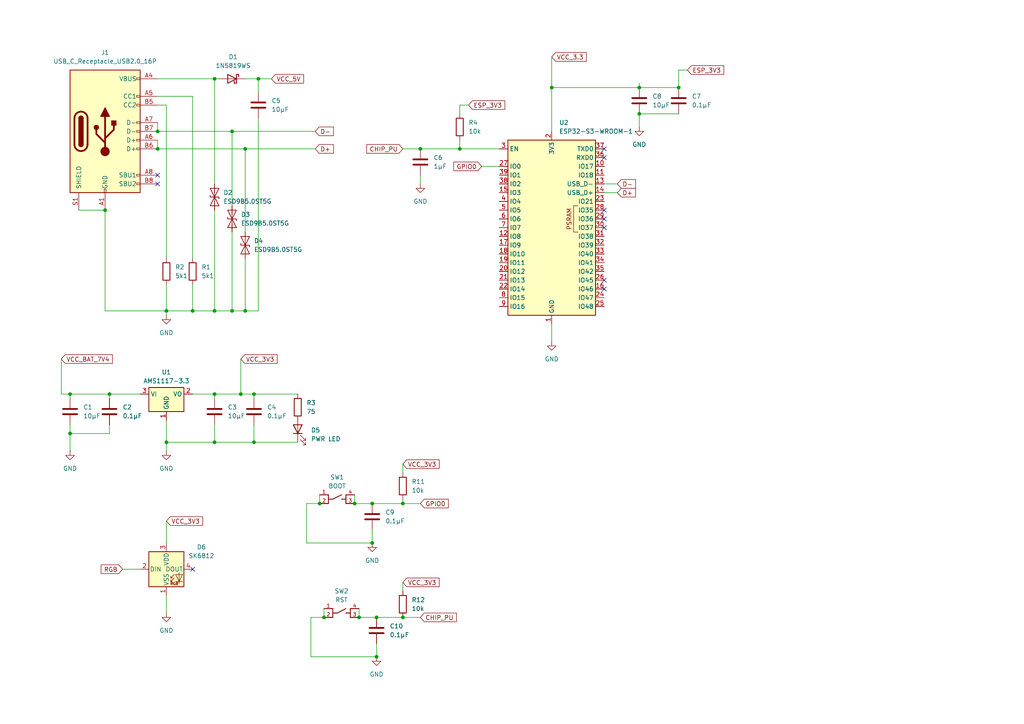
<source format=kicad_sch>
(kicad_sch (version 20250114) (generator "eeschema") (generator_version "9.0")
  (paper "A4")
  (lib_symbols
    (symbol "Connector:USB_C_Receptacle_USB2.0_16P" (pin_names (offset 1.016))
      (property "Reference" "J" (at 0 22.225 0))
      (property "Value" "USB_C_Receptacle_USB2.0_16P" (at 0 19.685 0))
      (symbol "USB_C_Receptacle_USB2.0_16P_0_0"
        (rectangle (start -0.254 -17.78) (end 0.254 -16.764))
        (rectangle (start 10.16 15.494) (end 9.144 14.986))
        (rectangle (start 10.16 10.414) (end 9.144 9.906))
        (rectangle (start 10.16 7.874) (end 9.144 7.366))
        (rectangle (start 10.16 2.794) (end 9.144 2.286))
        (rectangle (start 10.16 0.254) (end 9.144 -0.254))
        (rectangle (start 10.16 -2.286) (end 9.144 -2.794))
        (rectangle (start 10.16 -4.826) (end 9.144 -5.334))
        (rectangle (start 10.16 -12.446) (end 9.144 -12.954))
        (rectangle (start 10.16 -14.986) (end 9.144 -15.494))
      )
      (symbol "USB_C_Receptacle_USB2.0_16P_0_1"
        (rectangle (start -10.16 17.78) (end 10.16 -17.78) (stroke (width 0.254)) (fill (type background)))
        (polyline (pts (xy -8.89 -3.81) (xy -8.89 3.81)) (stroke (width 0.508)))
        (rectangle (start -7.62 -3.81) (end -6.35 3.81) (stroke (width 0.254)) (fill (type outline)))
        (arc (start -7.62 3.81) (mid -6.985 4.4423) (end -6.35 3.81) (stroke (width 0.254)))
        (arc (start -7.62 3.81) (mid -6.985 4.4423) (end -6.35 3.81) (stroke (width 0.254)) (fill (type outline)))
        (arc (start -8.89 3.81) (mid -6.985 5.7067) (end -5.08 3.81) (stroke (width 0.508)))
        (arc (start -5.08 -3.81) (mid -6.985 -5.7067) (end -8.89 -3.81) (stroke (width 0.508)))
        (arc (start -6.35 -3.81) (mid -6.985 -4.4423) (end -7.62 -3.81) (stroke (width 0.254)))
        (arc (start -6.35 -3.81) (mid -6.985 -4.4423) (end -7.62 -3.81) (stroke (width 0.254)) (fill (type outline)))
        (polyline (pts (xy -5.08 3.81) (xy -5.08 -3.81)) (stroke (width 0.508)))
        (circle (center -2.54 1.143) (radius 0.635) (stroke (width 0.254)) (fill (type outline)))
        (polyline (pts (xy -1.27 4.318) (xy 0 6.858) (xy 1.27 4.318) (xy -1.27 4.318)) (stroke (width 0.254)) (fill (type outline)))
        (polyline (pts (xy 0 -2.032) (xy 2.54 0.508) (xy 2.54 1.778)) (stroke (width 0.508)))
        (polyline (pts (xy 0 -3.302) (xy -2.54 -0.762) (xy -2.54 0.508)) (stroke (width 0.508)))
        (polyline (pts (xy 0 -5.842) (xy 0 4.318)) (stroke (width 0.508)))
        (circle (center 0 -5.842) (radius 1.27) (fill (type outline)))
        (rectangle (start 1.905 1.778) (end 3.175 3.048) (stroke (width 0.254)) (fill (type outline)))
      )
      (symbol "USB_C_Receptacle_USB2.0_16P_1_1"
        (pin passive line (at -7.62 -22.86 90) (length 5.08) (name "SHIELD") (number "S1"))
        (pin passive line (at 0 -22.86 90) (length 5.08) (name "GND") (number "A1"))
        (pin passive line (at 0 -22.86 90) (length 5.08) (hide yes) (name "GND") (number "A12"))
        (pin passive line (at 0 -22.86 90) (length 5.08) (hide yes) (name "GND") (number "B1"))
        (pin passive line (at 0 -22.86 90) (length 5.08) (hide yes) (name "GND") (number "B12"))
        (pin passive line (at 15.24 15.24 180) (length 5.08) (name "VBUS") (number "A4"))
        (pin passive line (at 15.24 15.24 180) (length 5.08) (hide yes) (name "VBUS") (number "A9"))
        (pin passive line (at 15.24 15.24 180) (length 5.08) (hide yes) (name "VBUS") (number "B4"))
        (pin passive line (at 15.24 15.24 180) (length 5.08) (hide yes) (name "VBUS") (number "B9"))
        (pin bidirectional line (at 15.24 10.16 180) (length 5.08) (name "CC1") (number "A5"))
        (pin bidirectional line (at 15.24 7.62 180) (length 5.08) (name "CC2") (number "B5"))
        (pin bidirectional line (at 15.24 2.54 180) (length 5.08) (name "D-") (number "A7"))
        (pin bidirectional line (at 15.24 0 180) (length 5.08) (name "D-") (number "B7"))
        (pin bidirectional line (at 15.24 -2.54 180) (length 5.08) (name "D+") (number "A6"))
        (pin bidirectional line (at 15.24 -5.08 180) (length 5.08) (name "D+") (number "B6"))
        (pin bidirectional line (at 15.24 -12.7 180) (length 5.08) (name "SBU1") (number "A8"))
        (pin bidirectional line (at 15.24 -15.24 180) (length 5.08) (name "SBU2") (number "B8"))
      )
    )
    (symbol "Device:C" (pin_numbers (hide yes)) (pin_names (offset 0.254))
      (property "Reference" "C" (at 0.635 2.54 0))
      (property "Value" "C" (at 0.635 -2.54 0))
      (symbol "C_0_1"
        (polyline (pts (xy -2.032 0.762) (xy 2.032 0.762)) (stroke (width 0.508)))
        (polyline (pts (xy -2.032 -0.762) (xy 2.032 -0.762)) (stroke (width 0.508)))
      )
      (symbol "C_1_1"
        (pin passive line (at 0 3.81 270) (length 2.794) (name "~") (number "1"))
        (pin passive line (at 0 -3.81 90) (length 2.794) (name "~") (number "2"))
      )
    )
    (symbol "Device:LED" (pin_numbers (hide yes)) (pin_names (offset 1.016) (hide yes))
      (property "Reference" "D" (at 0 2.54 0))
      (property "Value" "LED" (at 0 -2.54 0))
      (symbol "LED_0_1"
        (polyline (pts (xy -3.048 -0.762) (xy -4.572 -2.286) (xy -3.81 -2.286) (xy -4.572 -2.286) (xy -4.572 -1.524)))
        (polyline (pts (xy -1.778 -0.762) (xy -3.302 -2.286) (xy -2.54 -2.286) (xy -3.302 -2.286) (xy -3.302 -1.524)))
        (polyline (pts (xy -1.27 0) (xy 1.27 0)))
        (polyline (pts (xy -1.27 -1.27) (xy -1.27 1.27)) (stroke (width 0.254)))
        (polyline (pts (xy 1.27 -1.27) (xy 1.27 1.27) (xy -1.27 0) (xy 1.27 -1.27)) (stroke (width 0.254)))
      )
      (symbol "LED_1_1"
        (pin passive line (at -3.81 0 0) (length 2.54) (name "K") (number "1"))
        (pin passive line (at 3.81 0 180) (length 2.54) (name "A") (number "2"))
      )
    )
    (symbol "Device:R" (pin_numbers (hide yes)) (pin_names (offset 0))
      (property "Reference" "R" (at 2.032 0 90))
      (property "Value" "R" (at 0 0 90))
      (symbol "R_0_1"
        (rectangle (start -1.016 -2.54) (end 1.016 2.54) (stroke (width 0.254)))
      )
      (symbol "R_1_1"
        (pin passive line (at 0 3.81 270) (length 1.27) (name "~") (number "1"))
        (pin passive line (at 0 -3.81 90) (length 1.27) (name "~") (number "2"))
      )
    )
    (symbol "Diode:1N5819WS" (pin_numbers (hide yes)) (pin_names (offset 1.016) (hide yes))
      (property "Reference" "D" (at 0 2.54 0))
      (property "Value" "1N5819WS" (at 0 -2.54 0))
      (symbol "1N5819WS_0_1"
        (polyline (pts (xy -1.905 0.635) (xy -1.905 1.27) (xy -1.27 1.27) (xy -1.27 -1.27) (xy -0.635 -1.27) (xy -0.635 -0.635)) (stroke (width 0.254)))
        (polyline (pts (xy 1.27 1.27) (xy 1.27 -1.27) (xy -1.27 0) (xy 1.27 1.27)) (stroke (width 0.254)))
        (polyline (pts (xy 1.27 0) (xy -1.27 0)))
      )
      (symbol "1N5819WS_1_1"
        (pin passive line (at -3.81 0 0) (length 2.54) (name "K") (number "1"))
        (pin passive line (at 3.81 0 180) (length 2.54) (name "A") (number "2"))
      )
    )
    (symbol "Diode:ESD9B5.0ST5G" (pin_numbers (hide yes)) (pin_names (offset 1.016) (hide yes))
      (property "Reference" "D" (at 0 2.54 0))
      (property "Value" "ESD9B5.0ST5G" (at 0 -2.54 0))
      (symbol "ESD9B5.0ST5G_0_1"
        (polyline (pts (xy -2.54 -1.27) (xy 0 0) (xy -2.54 1.27) (xy -2.54 -1.27)) (stroke (width 0.2032)))
        (polyline (pts (xy 0.508 1.27) (xy 0 1.27) (xy 0 -1.27) (xy -0.508 -1.27)) (stroke (width 0.2032)))
        (polyline (pts (xy 1.27 0) (xy -1.27 0)))
        (polyline (pts (xy 2.54 1.27) (xy 2.54 -1.27) (xy 0 0) (xy 2.54 1.27)) (stroke (width 0.2032)))
      )
      (symbol "ESD9B5.0ST5G_1_1"
        (pin passive line (at -3.81 0 0) (length 2.54) (name "A1") (number "1"))
        (pin passive line (at 3.81 0 180) (length 2.54) (name "A2") (number "2"))
      )
    )
    (symbol "LED:SK6812" (pin_names (offset 0.254))
      (property "Reference" "D" (at 5.08 5.715 0))
      (property "Value" "SK6812" (at 1.27 -5.715 0))
      (symbol "SK6812_0_0"
        (text "RGB" (at 2.286 -4.191 0) (effects (font (size 0.762 0.762))))
      )
      (symbol "SK6812_0_1"
        (polyline (pts (xy 1.27 -2.54) (xy 1.778 -2.54)))
        (polyline (pts (xy 1.27 -3.556) (xy 1.778 -3.556)))
        (polyline (pts (xy 2.286 -1.524) (xy 1.27 -2.54) (xy 1.27 -2.032)))
        (polyline (pts (xy 2.286 -2.54) (xy 1.27 -3.556) (xy 1.27 -3.048)))
        (polyline (pts (xy 3.683 -1.016) (xy 3.683 -3.556) (xy 3.683 -4.064)))
        (polyline (pts (xy 4.699 -1.524) (xy 2.667 -1.524) (xy 3.683 -3.556) (xy 4.699 -1.524)))
        (polyline (pts (xy 4.699 -3.556) (xy 2.667 -3.556)))
        (rectangle (start 5.08 5.08) (end -5.08 -5.08) (stroke (width 0.254)) (fill (type background)))
      )
      (symbol "SK6812_1_1"
        (pin input line (at -7.62 0 0) (length 2.54) (name "DIN") (number "2"))
        (pin power_in line (at 0 7.62 270) (length 2.54) (name "VDD") (number "3"))
        (pin power_in line (at 0 -7.62 90) (length 2.54) (name "VSS") (number "1"))
        (pin output line (at 7.62 0 180) (length 2.54) (name "DOUT") (number "4"))
      )
    )
    (symbol "PTS810_SJM_250_SMTR_LFS:PTS810_SJM_250_SMTR_LFS" (pin_names (offset 1.016))
      (property "Reference" "SW" (at -3.81 1.27 0))
      (property "Value" "PTS810_SJM_250_SMTR_LFS" (at -5.08 -6.35 0))
      (symbol "PTS810_SJM_250_SMTR_LFS_0_0"
        (polyline (pts (xy -2.54 0) (xy -5.08 0)) (stroke (width 0.254)))
        (polyline (pts (xy -2.54 0) (xy -2.54 -1.27)) (stroke (width 0.254)))
        (polyline (pts (xy -2.54 -1.27) (xy -2.54 -2.54)) (stroke (width 0.254)))
        (polyline (pts (xy -2.54 -1.27) (xy -1.27 -1.27)) (stroke (width 0.254)))
        (polyline (pts (xy -2.54 -2.54) (xy -5.08 -2.54)) (stroke (width 0.254)))
        (polyline (pts (xy -1.27 -1.27) (xy 1.27 0)) (stroke (width 0.254)))
        (polyline (pts (xy 1.27 -1.27) (xy 2.54 -1.27)) (stroke (width 0.254)))
        (polyline (pts (xy 2.54 0) (xy 2.54 -1.27)) (stroke (width 0.254)))
        (polyline (pts (xy 2.54 0) (xy 5.08 0)) (stroke (width 0.254)))
        (polyline (pts (xy 2.54 -1.27) (xy 2.54 -2.54)) (stroke (width 0.254)))
        (polyline (pts (xy 2.54 -2.54) (xy 5.08 -2.54)) (stroke (width 0.254)))
        (pin passive line (at -5.08 0 0) (length 2.54) (name "~") (number "1"))
        (pin passive line (at -5.08 -2.54 0) (length 2.54) (name "~") (number "2"))
        (pin passive line (at 5.08 0 180) (length 2.54) (name "~") (number "4"))
        (pin passive line (at 5.08 -2.54 180) (length 2.54) (name "~") (number "3"))
      )
    )
    (symbol "RF_Module:ESP32-S3-WROOM-1"
      (property "Reference" "U" (at -12.7 26.67 0))
      (property "Value" "ESP32-S3-WROOM-1" (at 12.7 26.67 0))
      (symbol "ESP32-S3-WROOM-1_0_0"
        (rectangle (start -12.7 25.4) (end 12.7 -25.4) (stroke (width 0.254)) (fill (type background)))
        (text "PSRAM" (at 5.08 2.54 900) (effects (font (size 1.27 1.27))))
      )
      (symbol "ESP32-S3-WROOM-1_0_1"
        (polyline (pts (xy 7.62 -1.27) (xy 6.35 -1.27) (xy 6.35 6.35) (xy 7.62 6.35)))
      )
      (symbol "ESP32-S3-WROOM-1_1_1"
        (pin input line (at -15.24 22.86 0) (length 2.54) (name "EN") (number "3"))
        (pin bidirectional line (at -15.24 17.78 0) (length 2.54) (name "IO0") (number "27"))
        (pin bidirectional line (at -15.24 15.24 0) (length 2.54) (name "IO1") (number "39"))
        (pin bidirectional line (at -15.24 12.7 0) (length 2.54) (name "IO2") (number "38"))
        (pin bidirectional line (at -15.24 10.16 0) (length 2.54) (name "IO3") (number "15"))
        (pin bidirectional line (at -15.24 7.62 0) (length 2.54) (name "IO4") (number "4"))
        (pin bidirectional line (at -15.24 5.08 0) (length 2.54) (name "IO5") (number "5"))
        (pin bidirectional line (at -15.24 2.54 0) (length 2.54) (name "IO6") (number "6"))
        (pin bidirectional line (at -15.24 0 0) (length 2.54) (name "IO7") (number "7"))
        (pin bidirectional line (at -15.24 -2.54 0) (length 2.54) (name "IO8") (number "12"))
        (pin bidirectional line (at -15.24 -5.08 0) (length 2.54) (name "IO9") (number "17"))
        (pin bidirectional line (at -15.24 -7.62 0) (length 2.54) (name "IO10") (number "18"))
        (pin bidirectional line (at -15.24 -10.16 0) (length 2.54) (name "IO11") (number "19"))
        (pin bidirectional line (at -15.24 -12.7 0) (length 2.54) (name "IO12") (number "20"))
        (pin bidirectional line (at -15.24 -15.24 0) (length 2.54) (name "IO13") (number "21"))
        (pin bidirectional line (at -15.24 -17.78 0) (length 2.54) (name "IO14") (number "22"))
        (pin bidirectional line (at -15.24 -20.32 0) (length 2.54) (name "IO15") (number "8"))
        (pin bidirectional line (at -15.24 -22.86 0) (length 2.54) (name "IO16") (number "9"))
        (pin power_in line (at 0 27.94 270) (length 2.54) (name "3V3") (number "2"))
        (pin power_in line (at 0 -27.94 90) (length 2.54) (name "GND") (number "1"))
        (pin passive line (at 0 -27.94 90) (length 2.54) (hide yes) (name "GND") (number "40"))
        (pin passive line (at 0 -27.94 90) (length 2.54) (hide yes) (name "GND") (number "41"))
        (pin bidirectional line (at 15.24 22.86 180) (length 2.54) (name "TXD0") (number "37"))
        (pin bidirectional line (at 15.24 20.32 180) (length 2.54) (name "RXD0") (number "36"))
        (pin bidirectional line (at 15.24 17.78 180) (length 2.54) (name "IO17") (number "10"))
        (pin bidirectional line (at 15.24 15.24 180) (length 2.54) (name "IO18") (number "11"))
        (pin bidirectional line (at 15.24 12.7 180) (length 2.54) (name "USB_D-") (number "13"))
        (pin bidirectional line (at 15.24 10.16 180) (length 2.54) (name "USB_D+") (number "14"))
        (pin bidirectional line (at 15.24 7.62 180) (length 2.54) (name "IO21") (number "23"))
        (pin bidirectional line (at 15.24 5.08 180) (length 2.54) (name "IO35") (number "28"))
        (pin bidirectional line (at 15.24 2.54 180) (length 2.54) (name "IO36") (number "29"))
        (pin bidirectional line (at 15.24 0 180) (length 2.54) (name "IO37") (number "30"))
        (pin bidirectional line (at 15.24 -2.54 180) (length 2.54) (name "IO38") (number "31"))
        (pin bidirectional line (at 15.24 -5.08 180) (length 2.54) (name "IO39") (number "32"))
        (pin bidirectional line (at 15.24 -7.62 180) (length 2.54) (name "IO40") (number "33"))
        (pin bidirectional line (at 15.24 -10.16 180) (length 2.54) (name "IO41") (number "34"))
        (pin bidirectional line (at 15.24 -12.7 180) (length 2.54) (name "IO42") (number "35"))
        (pin bidirectional line (at 15.24 -15.24 180) (length 2.54) (name "IO45") (number "26"))
        (pin bidirectional line (at 15.24 -17.78 180) (length 2.54) (name "IO46") (number "16"))
        (pin bidirectional line (at 15.24 -20.32 180) (length 2.54) (name "IO47") (number "24"))
        (pin bidirectional line (at 15.24 -22.86 180) (length 2.54) (name "IO48") (number "25"))
      )
    )
    (symbol "Regulator_Linear:AMS1117-3.3"
      (property "Reference" "U" (at -3.81 3.175 0))
      (property "Value" "AMS1117-3.3" (at 0 3.175 0))
      (symbol "AMS1117-3.3_0_1"
        (rectangle (start -5.08 -5.08) (end 5.08 1.905) (stroke (width 0.254)) (fill (type background)))
      )
      (symbol "AMS1117-3.3_1_1"
        (pin power_in line (at -7.62 0 0) (length 2.54) (name "VI") (number "3"))
        (pin power_in line (at 0 -7.62 90) (length 2.54) (name "GND") (number "1"))
        (pin power_out line (at 7.62 0 180) (length 2.54) (name "VO") (number "2"))
      )
    )
    (symbol "power:GND" (power) (pin_numbers (hide yes)) (pin_names (offset 0) (hide yes))
      (property "Value" "GND" (at 0 -3.81 0))
      (symbol "GND_0_1"
        (polyline (pts (xy 0 0) (xy 0 -1.27) (xy 1.27 -1.27) (xy 0 -2.54) (xy -1.27 -1.27) (xy 0 -1.27)))
      )
      (symbol "GND_1_1"
        (pin power_in line (at 0 0 270) (length 0) (name "~") (number "1"))
      )
    )
  )
  (junction (at 116.84 146.05))
  (junction (at 48.26 90.17))
  (junction (at 116.84 179.07))
  (junction (at 121.92 43.18))
  (junction (at 31.75 114.3))
  (junction (at 92.71 146.05))
  (junction (at 73.66 114.3))
  (junction (at 62.23 90.17))
  (junction (at 133.35 43.18))
  (junction (at 104.14 179.07))
  (junction (at 62.23 22.86))
  (junction (at 109.22 190.5))
  (junction (at 20.32 125.73))
  (junction (at 45.72 38.1))
  (junction (at 196.85 25.4))
  (junction (at 20.32 114.3))
  (junction (at 69.85 114.3))
  (junction (at 67.31 38.1))
  (junction (at 48.26 128.27))
  (junction (at 160.02 25.4))
  (junction (at 71.12 43.18))
  (junction (at 185.42 33.02))
  (junction (at 71.12 90.17))
  (junction (at 109.22 179.07))
  (junction (at 102.87 146.05))
  (junction (at 74.93 22.86))
  (junction (at 185.42 25.4))
  (junction (at 55.88 90.17))
  (junction (at 45.72 43.18))
  (junction (at 107.95 157.48))
  (junction (at 30.48 60.96))
  (junction (at 62.23 114.3))
  (junction (at 93.98 179.07))
  (junction (at 73.66 128.27))
  (junction (at 107.95 146.05))
  (junction (at 62.23 128.27))
  (junction (at 67.31 90.17))
  (no_connect (at 175.26 63.5))
  (no_connect (at 175.26 81.28))
  (no_connect (at 45.72 53.34))
  (no_connect (at 55.88 165.1))
  (no_connect (at 175.26 83.82))
  (no_connect (at 45.72 50.8))
  (no_connect (at 175.26 43.18))
  (no_connect (at 175.26 66.04))
  (no_connect (at 175.26 45.72))
  (no_connect (at 175.26 60.96))
  (wire (pts (xy 116.84 146.05) (xy 121.92 146.05)))
  (wire (pts (xy 73.66 114.3) (xy 86.36 114.3)))
  (wire (pts (xy 109.22 190.5) (xy 90.17 190.5)))
  (wire (pts (xy 35.56 165.1) (xy 40.64 165.1)))
  (wire (pts (xy 160.02 25.4) (xy 185.42 25.4)))
  (wire (pts (xy 62.23 60.96) (xy 62.23 90.17)))
  (wire (pts (xy 133.35 30.48) (xy 135.89 30.48)))
  (wire (pts (xy 62.23 90.17) (xy 67.31 90.17)))
  (wire (pts (xy 185.42 24.13) (xy 185.42 25.4)))
  (wire (pts (xy 88.9 157.48) (xy 88.9 146.05)))
  (wire (pts (xy 62.23 123.19) (xy 62.23 128.27)))
  (wire (pts (xy 20.32 115.57) (xy 20.32 114.3)))
  (wire (pts (xy 90.17 179.07) (xy 93.98 179.07)))
  (wire (pts (xy 133.35 43.18) (xy 144.78 43.18)))
  (wire (pts (xy 63.5 22.86) (xy 62.23 22.86)))
  (wire (pts (xy 45.72 27.94) (xy 55.88 27.94)))
  (wire (pts (xy 73.66 115.57) (xy 73.66 114.3)))
  (wire (pts (xy 107.95 153.67) (xy 107.95 157.48)))
  (wire (pts (xy 185.42 33.02) (xy 185.42 36.83)))
  (wire (pts (xy 88.9 146.05) (xy 92.71 146.05)))
  (wire (pts (xy 175.26 53.34) (xy 179.07 53.34)))
  (wire (pts (xy 45.72 22.86) (xy 62.23 22.86)))
  (wire (pts (xy 48.26 30.48) (xy 48.26 74.93)))
  (wire (pts (xy 45.72 35.56) (xy 45.72 38.1)))
  (wire (pts (xy 71.12 43.18) (xy 71.12 67.31)))
  (wire (pts (xy 48.26 172.72) (xy 48.26 177.8)))
  (wire (pts (xy 62.23 128.27) (xy 73.66 128.27)))
  (wire (pts (xy 17.78 114.3) (xy 20.32 114.3)))
  (wire (pts (xy 55.88 90.17) (xy 62.23 90.17)))
  (wire (pts (xy 48.26 128.27) (xy 48.26 130.81)))
  (wire (pts (xy 40.64 114.3) (xy 31.75 114.3)))
  (wire (pts (xy 48.26 30.48) (xy 45.72 30.48)))
  (wire (pts (xy 139.7 48.26) (xy 144.78 48.26)))
  (wire (pts (xy 67.31 38.1) (xy 67.31 59.69)))
  (wire (pts (xy 160.02 93.98) (xy 160.02 99.06)))
  (wire (pts (xy 107.95 157.48) (xy 88.9 157.48)))
  (wire (pts (xy 104.14 176.53) (xy 104.14 179.07)))
  (wire (pts (xy 90.17 190.5) (xy 90.17 179.07)))
  (wire (pts (xy 17.78 104.14) (xy 17.78 114.3)))
  (wire (pts (xy 121.92 43.18) (xy 133.35 43.18)))
  (wire (pts (xy 48.26 121.92) (xy 48.26 128.27)))
  (wire (pts (xy 116.84 43.18) (xy 121.92 43.18)))
  (wire (pts (xy 92.71 143.51) (xy 92.71 146.05)))
  (wire (pts (xy 48.26 128.27) (xy 62.23 128.27)))
  (wire (pts (xy 185.42 33.02) (xy 196.85 33.02)))
  (wire (pts (xy 109.22 179.07) (xy 116.84 179.07)))
  (wire (pts (xy 31.75 125.73) (xy 20.32 125.73)))
  (wire (pts (xy 48.26 90.17) (xy 48.26 91.44)))
  (wire (pts (xy 104.14 179.07) (xy 109.22 179.07)))
  (wire (pts (xy 48.26 82.55) (xy 48.26 90.17)))
  (wire (pts (xy 93.98 176.53) (xy 93.98 179.07)))
  (wire (pts (xy 102.87 146.05) (xy 107.95 146.05)))
  (wire (pts (xy 20.32 123.19) (xy 20.32 125.73)))
  (wire (pts (xy 74.93 34.29) (xy 74.93 90.17)))
  (wire (pts (xy 116.84 144.78) (xy 116.84 146.05)))
  (wire (pts (xy 91.44 43.18) (xy 71.12 43.18)))
  (wire (pts (xy 31.75 114.3) (xy 31.75 115.57)))
  (wire (pts (xy 55.88 27.94) (xy 55.88 74.93)))
  (wire (pts (xy 160.02 25.4) (xy 160.02 38.1)))
  (wire (pts (xy 116.84 179.07) (xy 121.92 179.07)))
  (wire (pts (xy 22.86 60.96) (xy 30.48 60.96)))
  (wire (pts (xy 116.84 134.62) (xy 116.84 137.16)))
  (wire (pts (xy 62.23 114.3) (xy 62.23 115.57)))
  (wire (pts (xy 185.42 25.4) (xy 196.85 25.4)))
  (wire (pts (xy 62.23 114.3) (xy 69.85 114.3)))
  (wire (pts (xy 55.88 114.3) (xy 62.23 114.3)))
  (wire (pts (xy 107.95 146.05) (xy 116.84 146.05)))
  (wire (pts (xy 175.26 55.88) (xy 179.07 55.88)))
  (wire (pts (xy 20.32 125.73) (xy 20.32 130.81)))
  (wire (pts (xy 71.12 74.93) (xy 71.12 90.17)))
  (wire (pts (xy 71.12 43.18) (xy 45.72 43.18)))
  (wire (pts (xy 133.35 33.02) (xy 133.35 30.48)))
  (wire (pts (xy 69.85 104.14) (xy 69.85 114.3)))
  (wire (pts (xy 67.31 67.31) (xy 67.31 90.17)))
  (wire (pts (xy 30.48 60.96) (xy 30.48 90.17)))
  (wire (pts (xy 102.87 143.51) (xy 102.87 146.05)))
  (wire (pts (xy 133.35 40.64) (xy 133.35 43.18)))
  (wire (pts (xy 116.84 168.91) (xy 116.84 171.45)))
  (wire (pts (xy 160.02 16.51) (xy 160.02 25.4)))
  (wire (pts (xy 121.92 50.8) (xy 121.92 53.34)))
  (wire (pts (xy 30.48 90.17) (xy 48.26 90.17)))
  (wire (pts (xy 74.93 22.86) (xy 78.74 22.86)))
  (wire (pts (xy 62.23 22.86) (xy 62.23 53.34)))
  (wire (pts (xy 45.72 38.1) (xy 67.31 38.1)))
  (wire (pts (xy 48.26 90.17) (xy 55.88 90.17)))
  (wire (pts (xy 86.36 121.92) (xy 86.36 120.65)))
  (wire (pts (xy 67.31 90.17) (xy 71.12 90.17)))
  (wire (pts (xy 31.75 114.3) (xy 20.32 114.3)))
  (wire (pts (xy 109.22 186.69) (xy 109.22 190.5)))
  (wire (pts (xy 45.72 40.64) (xy 45.72 43.18)))
  (wire (pts (xy 55.88 82.55) (xy 55.88 90.17)))
  (wire (pts (xy 71.12 90.17) (xy 74.93 90.17)))
  (wire (pts (xy 67.31 38.1) (xy 91.44 38.1)))
  (wire (pts (xy 71.12 22.86) (xy 74.93 22.86)))
  (wire (pts (xy 48.26 151.13) (xy 48.26 157.48)))
  (wire (pts (xy 31.75 123.19) (xy 31.75 125.73)))
  (wire (pts (xy 196.85 20.32) (xy 196.85 25.4)))
  (wire (pts (xy 199.39 20.32) (xy 196.85 20.32)))
  (wire (pts (xy 73.66 123.19) (xy 73.66 128.27)))
  (wire (pts (xy 74.93 22.86) (xy 74.93 26.67)))
  (wire (pts (xy 69.85 114.3) (xy 73.66 114.3)))
  (wire (pts (xy 86.36 128.27) (xy 73.66 128.27)))
  (global_label "D-" (shape input) (at 91.44 38.1 0) (property "Intersheetrefs" "${INTERSHEET_REFS}" (effects (hide yes))))
  (global_label "VCC_5V" (shape input) (at 78.74 22.86 0) (property "Intersheetrefs" "${INTERSHEET_REFS}" (effects (hide yes))))
  (global_label "D+" (shape input) (at 91.44 43.18 0) (property "Intersheetrefs" "${INTERSHEET_REFS}" (effects (hide yes))))
  (global_label "VCC_3V3" (shape input) (at 116.84 168.91 0) (property "Intersheetrefs" "${INTERSHEET_REFS}" (effects (hide yes))))
  (global_label "GPIO0" (shape input) (at 121.92 146.05 0) (property "Intersheetrefs" "${INTERSHEET_REFS}" (effects (hide yes))))
  (global_label "ESP_3V3" (shape input) (at 199.39 20.32 0) (property "Intersheetrefs" "${INTERSHEET_REFS}" (effects (hide yes))))
  (global_label "VCC_3V3" (shape input) (at 116.84 134.62 0) (property "Intersheetrefs" "${INTERSHEET_REFS}" (effects (hide yes))))
  (global_label "RGB" (shape input) (at 35.56 165.1 180) (property "Intersheetrefs" "${INTERSHEET_REFS}" (effects (hide yes))))
  (global_label "VCC_3V3" (shape input) (at 69.85 104.14 0) (property "Intersheetrefs" "${INTERSHEET_REFS}" (effects (hide yes))))
  (global_label "ESP_3V3" (shape input) (at 135.89 30.48 0) (property "Intersheetrefs" "${INTERSHEET_REFS}" (effects (hide yes))))
  (global_label "D-" (shape input) (at 179.07 53.34 0) (property "Intersheetrefs" "${INTERSHEET_REFS}" (effects (hide yes))))
  (global_label "CHIP_PU" (shape input) (at 121.92 179.07 0) (property "Intersheetrefs" "${INTERSHEET_REFS}" (effects (hide yes))))
  (global_label "VCC_3.3" (shape input) (at 160.02 16.51 0) (property "Intersheetrefs" "${INTERSHEET_REFS}" (effects (hide yes))))
  (global_label "GPIO0" (shape input) (at 139.7 48.26 180) (property "Intersheetrefs" "${INTERSHEET_REFS}" (effects (hide yes))))
  (global_label "CHIP_PU" (shape input) (at 116.84 43.18 180) (property "Intersheetrefs" "${INTERSHEET_REFS}" (effects (hide yes))))
  (global_label "VCC_3V3" (shape input) (at 48.26 151.13 0) (property "Intersheetrefs" "${INTERSHEET_REFS}" (effects (hide yes))))
  (global_label "D+" (shape input) (at 179.07 55.88 0) (property "Intersheetrefs" "${INTERSHEET_REFS}" (effects (hide yes))))
  (global_label "VCC_BAT_7V4" (shape input) (at 17.78 104.14 0) (property "Intersheetrefs" "${INTERSHEET_REFS}" (effects (hide yes))))
  (symbol (lib_id "Device:R") (at 55.88 78.74 0) (unit 1)
    (property "Reference" "R1" (at 58.42 77.4699 0) (effects (justify left)))
    (property "Value" "5k1" (at 58.42 80.0099 0) (effects (justify left)))
    (property "Footprint" "Resistor_SMD:R_0805_2012Metric" (effects (hide yes)))
    (property "Description" "Resistor" (effects (hide yes)))
  )
  (symbol (lib_id "Device:R") (at 133.35 36.83 0) (unit 1)
    (property "Reference" "R4" (at 135.89 35.5599 0) (effects (justify left)))
    (property "Value" "10k" (at 135.89 38.0999 0) (effects (justify left)))
    (property "Footprint" "Resistor_SMD:R_0603_1608Metric" (effects (hide yes)))
    (property "Description" "Resistor" (effects (hide yes)))
  )
  (symbol (lib_id "Device:R") (at 116.84 175.26 0) (unit 1)
    (property "Reference" "R12" (at 119.38 173.9899 0) (effects (justify left)))
    (property "Value" "10k" (at 119.38 176.5299 0) (effects (justify left)))
    (property "Footprint" "Resistor_SMD:R_0603_1608Metric" (effects (hide yes)))
    (property "Description" "Resistor" (effects (hide yes)))
  )
  (symbol (lib_id "Device:C") (at 74.93 30.48 0) (unit 1)
    (property "Reference" "C5" (at 78.74 29.2099 0) (effects (justify left)))
    (property "Value" "10µF" (at 78.74 31.7499 0) (effects (justify left)))
    (property "Footprint" "Capacitor_SMD:C_0805_2012Metric" (effects (hide yes)))
    (property "Description" "Unpolarized capacitor" (effects (hide yes)))
  )
  (symbol (lib_id "power:GND") (at 160.02 99.06 0) (unit 1)
    (property "Reference" "#PWR04" (effects (hide yes)))
    (property "Value" "GND" (at 160.02 104.14 0))
    (property "Description" "Power symbol creates a global label with name \"GND\" , ground" (effects (hide yes)))
  )
  (symbol (lib_id "Diode:ESD9B5.0ST5G") (at 67.31 63.5 270) (unit 1)
    (property "Reference" "D3" (at 69.85 62.2299 90) (effects (justify left)))
    (property "Value" "ESD9B5.0ST5G" (at 69.85 64.7699 90) (effects (justify left)))
    (property "Footprint" "Diode_SMD:D_SOD-923" (effects (hide yes)))
    (property "Datasheet" "https://www.onsemi.com/pub/Collateral/ESD9B-D.PDF" (effects (hide yes)))
    (property "Description" "ESD protection diode, 5.0Vrwm, SOD-923" (effects (hide yes)))
  )
  (symbol (lib_id "power:GND") (at 48.26 130.81 0) (unit 1)
    (property "Reference" "#PWR03" (effects (hide yes)))
    (property "Value" "GND" (at 48.26 135.89 0))
    (property "Description" "Power symbol creates a global label with name \"GND\" , ground" (effects (hide yes)))
  )
  (symbol (lib_id "Device:C") (at 121.92 46.99 0) (unit 1)
    (property "Reference" "C6" (at 125.73 45.7199 0) (effects (justify left)))
    (property "Value" "1µF" (at 125.73 48.2599 0) (effects (justify left)))
    (property "Footprint" "Capacitor_SMD:C_0603_1608Metric" (effects (hide yes)))
    (property "Description" "Unpolarized capacitor" (effects (hide yes)))
  )
  (symbol (lib_id "Device:C") (at 185.42 29.21 0) (unit 1)
    (property "Reference" "C8" (at 189.23 27.9399 0) (effects (justify left)))
    (property "Value" "10µF" (at 189.23 30.4799 0) (effects (justify left)))
    (property "Footprint" "Capacitor_SMD:C_0805_2012Metric" (effects (hide yes)))
    (property "Description" "Unpolarized capacitor" (effects (hide yes)))
  )
  (symbol (lib_id "Device:LED") (at 86.36 124.46 90) (unit 1)
    (property "Reference" "D5" (at 90.17 124.7774 90) (effects (justify right)))
    (property "Value" "PWR LED" (at 90.17 127.3174 90) (effects (justify right)))
    (property "Footprint" "LED_SMD:LED_0201_0603Metric" (effects (hide yes)))
    (property "Description" "Light emitting diode" (effects (hide yes)))
    (property "Sim.Pins" "1=K 2=A" (effects (hide yes)))
  )
  (symbol (lib_id "Device:C") (at 107.95 149.86 0) (unit 1)
    (property "Reference" "C9" (at 111.76 148.5899 0) (effects (justify left)))
    (property "Value" "0.1µF" (at 111.76 151.1299 0) (effects (justify left)))
    (property "Footprint" "Capacitor_SMD:C_0603_1608Metric" (effects (hide yes)))
    (property "Description" "Unpolarized capacitor" (effects (hide yes)))
  )
  (symbol (lib_id "power:GND") (at 121.92 53.34 0) (unit 1)
    (property "Reference" "#PWR08" (effects (hide yes)))
    (property "Value" "GND" (at 121.92 58.42 0))
    (property "Description" "Power symbol creates a global label with name \"GND\" , ground" (effects (hide yes)))
  )
  (symbol (lib_id "power:GND") (at 48.26 177.8 0) (unit 1)
    (property "Reference" "#PWR05" (effects (hide yes)))
    (property "Value" "GND" (at 48.26 182.88 0))
    (property "Description" "Power symbol creates a global label with name \"GND\" , ground" (effects (hide yes)))
  )
  (symbol (lib_id "Diode:ESD9B5.0ST5G") (at 62.23 57.15 270) (unit 1)
    (property "Reference" "D2" (at 64.77 55.8799 90) (effects (justify left)))
    (property "Value" "ESD9B5.0ST5G" (at 64.77 58.4199 90) (effects (justify left)))
    (property "Footprint" "Diode_SMD:D_SOD-923" (effects (hide yes)))
    (property "Datasheet" "https://www.onsemi.com/pub/Collateral/ESD9B-D.PDF" (effects (hide yes)))
    (property "Description" "ESD protection diode, 5.0Vrwm, SOD-923" (effects (hide yes)))
  )
  (symbol (lib_id "Device:R") (at 48.26 78.74 0) (unit 1)
    (property "Reference" "R2" (at 50.8 77.4699 0) (effects (justify left)))
    (property "Value" "5k1" (at 50.8 80.0099 0) (effects (justify left)))
    (property "Footprint" "Resistor_SMD:R_0805_2012Metric" (effects (hide yes)))
    (property "Description" "Resistor" (effects (hide yes)))
  )
  (symbol (lib_id "Diode:ESD9B5.0ST5G") (at 71.12 71.12 270) (unit 1)
    (property "Reference" "D4" (at 73.66 69.8499 90) (effects (justify left)))
    (property "Value" "ESD9B5.0ST5G" (at 73.66 72.3899 90) (effects (justify left)))
    (property "Footprint" "Diode_SMD:D_SOD-923" (effects (hide yes)))
    (property "Datasheet" "https://www.onsemi.com/pub/Collateral/ESD9B-D.PDF" (effects (hide yes)))
    (property "Description" "ESD protection diode, 5.0Vrwm, SOD-923" (effects (hide yes)))
  )
  (symbol (lib_id "LED:SK6812") (at 48.26 165.1 0) (unit 1)
    (property "Reference" "D6" (at 58.42 158.6798 0))
    (property "Value" "SK6812" (at 58.42 161.2198 0))
    (property "Footprint" "LED_SMD:LED_SK6812_PLCC4_5.0x5.0mm_P3.2mm" (effects (hide yes)))
    (property "Datasheet" "https://cdn-shop.adafruit.com/product-files/1138/SK6812+LED+datasheet+.pdf" (effects (hide yes)))
    (property "Description" "RGB LED with integrated controller" (effects (hide yes)))
  )
  (symbol (lib_id "Device:R") (at 86.36 118.11 0) (unit 1)
    (property "Reference" "R3" (at 88.9 116.8399 0) (effects (justify left)))
    (property "Value" "75" (at 88.9 119.3799 0) (effects (justify left)))
    (property "Footprint" "Resistor_SMD:R_0805_2012Metric" (effects (hide yes)))
    (property "Description" "Resistor" (effects (hide yes)))
  )
  (symbol (lib_id "PTS810_SJM_250_SMTR_LFS:PTS810_SJM_250_SMTR_LFS") (at 97.79 143.51 0) (unit 1)
    (property "Reference" "SW1" (at 97.79 138.43 0))
    (property "Value" "BOOT" (at 97.79 140.97 0))
    (property "Footprint" "PTS810_SJM_250_SMTR_LFS:SW_PTS810_SJM_250_SMTR_LFS" (effects (hide yes)))
    (property "MF" "C&K" (effects (hide yes)))
    (property "Description_1" "Tactile Switch SPST-NO Top Actuated Surface Mount" (effects (hide yes)))
    (property "Package" "None" (effects (hide yes)))
    (property "Price" "None" (effects (hide yes)))
    (property "Check_prices" "https://www.snapeda.com/parts/PTS810SJM250SMTRLFS/C%2526K/view-part/?ref=eda" (effects (hide yes)))
    (property "STANDARD" "Manufacturer Recommendations" (effects (hide yes)))
    (property "SnapEDA_Link" "https://www.snapeda.com/parts/PTS810SJM250SMTRLFS/C%2526K/view-part/?ref=snap" (effects (hide yes)))
    (property "MP" "PTS810SJM250SMTRLFS" (effects (hide yes)))
    (property "Availability" "In Stock" (effects (hide yes)))
    (property "MANUFACTURER" "CnK" (effects (hide yes)))
  )
  (symbol (lib_id "power:GND") (at 185.42 36.83 0) (unit 1)
    (property "Reference" "#PWR09" (effects (hide yes)))
    (property "Value" "GND" (at 185.42 41.91 0))
    (property "Description" "Power symbol creates a global label with name \"GND\" , ground" (effects (hide yes)))
  )
  (symbol (lib_id "Device:C") (at 62.23 119.38 0) (unit 1)
    (property "Reference" "C3" (at 66.04 118.1099 0) (effects (justify left)))
    (property "Value" "10µF" (at 66.04 120.6499 0) (effects (justify left)))
    (property "Footprint" "Capacitor_SMD:C_0805_2012Metric" (effects (hide yes)))
    (property "Description" "Unpolarized capacitor" (effects (hide yes)))
  )
  (symbol (lib_id "Device:C") (at 20.32 119.38 0) (unit 1)
    (property "Reference" "C1" (at 24.13 118.1099 0) (effects (justify left)))
    (property "Value" "10µF" (at 24.13 120.6499 0) (effects (justify left)))
    (property "Footprint" "Capacitor_SMD:C_0805_2012Metric" (effects (hide yes)))
    (property "Description" "Unpolarized capacitor" (effects (hide yes)))
  )
  (symbol (lib_id "Device:R") (at 116.84 140.97 0) (unit 1)
    (property "Reference" "R11" (at 119.38 139.6999 0) (effects (justify left)))
    (property "Value" "10k" (at 119.38 142.2399 0) (effects (justify left)))
    (property "Footprint" "Resistor_SMD:R_0603_1608Metric" (effects (hide yes)))
    (property "Description" "Resistor" (effects (hide yes)))
  )
  (symbol (lib_id "power:GND") (at 20.32 130.81 0) (unit 1)
    (property "Reference" "#PWR02" (effects (hide yes)))
    (property "Value" "GND" (at 20.32 135.89 0))
    (property "Description" "Power symbol creates a global label with name \"GND\" , ground" (effects (hide yes)))
  )
  (symbol (lib_id "power:GND") (at 109.22 190.5 0) (unit 1)
    (property "Reference" "#PWR07" (effects (hide yes)))
    (property "Value" "GND" (at 109.22 195.58 0))
    (property "Description" "Power symbol creates a global label with name \"GND\" , ground" (effects (hide yes)))
  )
  (symbol (lib_id "Connector:USB_C_Receptacle_USB2.0_16P") (at 30.48 38.1 0) (unit 1)
    (property "Reference" "J1" (at 30.48 15.24 0))
    (property "Value" "USB_C_Receptacle_USB2.0_16P" (at 30.48 17.78 0))
    (property "Footprint" "Connector_USB:USB_C_Receptacle_HRO_TYPE-C-31-M-12" (effects (hide yes)))
    (property "Datasheet" "https://www.usb.org/sites/default/files/documents/usb_type-c.zip" (effects (hide yes)))
    (property "Description" "USB 2.0-only 16P Type-C Receptacle connector" (effects (hide yes)))
  )
  (symbol (lib_id "Device:C") (at 31.75 119.38 0) (unit 1)
    (property "Reference" "C2" (at 35.56 118.1099 0) (effects (justify left)))
    (property "Value" "0.1µF" (at 35.56 120.6499 0) (effects (justify left)))
    (property "Footprint" "Capacitor_SMD:C_0603_1608Metric" (effects (hide yes)))
    (property "Description" "Unpolarized capacitor" (effects (hide yes)))
  )
  (symbol (lib_id "power:GND") (at 48.26 91.44 0) (unit 1)
    (property "Reference" "#PWR01" (effects (hide yes)))
    (property "Value" "GND" (at 48.26 96.52 0))
    (property "Description" "Power symbol creates a global label with name \"GND\" , ground" (effects (hide yes)))
  )
  (symbol (lib_id "PTS810_SJM_250_SMTR_LFS:PTS810_SJM_250_SMTR_LFS") (at 99.06 176.53 0) (unit 1)
    (property "Reference" "SW2" (at 99.06 171.45 0))
    (property "Value" "RST" (at 99.06 173.99 0))
    (property "Footprint" "PTS810_SJM_250_SMTR_LFS:SW_PTS810_SJM_250_SMTR_LFS" (effects (hide yes)))
    (property "MF" "C&K" (effects (hide yes)))
    (property "Description_1" "Tactile Switch SPST-NO Top Actuated Surface Mount" (effects (hide yes)))
    (property "Package" "None" (effects (hide yes)))
    (property "Price" "None" (effects (hide yes)))
    (property "Check_prices" "https://www.snapeda.com/parts/PTS810SJM250SMTRLFS/C%2526K/view-part/?ref=eda" (effects (hide yes)))
    (property "STANDARD" "Manufacturer Recommendations" (effects (hide yes)))
    (property "SnapEDA_Link" "https://www.snapeda.com/parts/PTS810SJM250SMTRLFS/C%2526K/view-part/?ref=snap" (effects (hide yes)))
    (property "MP" "PTS810SJM250SMTRLFS" (effects (hide yes)))
    (property "Availability" "In Stock" (effects (hide yes)))
    (property "MANUFACTURER" "CnK" (effects (hide yes)))
  )
  (symbol (lib_id "Diode:1N5819WS") (at 67.31 22.86 0) (mirror y) (unit 1)
    (property "Reference" "D1" (at 67.6275 16.51 0))
    (property "Value" "1N5819WS" (at 67.6275 19.05 0))
    (property "Footprint" "Diode_SMD:D_SOD-323" (effects (hide yes)))
    (property "Datasheet" "https://datasheet.lcsc.com/lcsc/2204281430_Guangdong-Hottech-1N5819WS_C191023.pdf" (effects (hide yes)))
    (property "Description" "40V 600mV@1A 1A SOD-323 Schottky Barrier Diodes, SOD-323" (effects (hide yes)))
  )
  (symbol (lib_id "Regulator_Linear:AMS1117-3.3") (at 48.26 114.3 0) (unit 1)
    (property "Reference" "U1" (at 48.26 107.95 0))
    (property "Value" "AMS1117-3.3" (at 48.26 110.49 0))
    (property "Footprint" "Package_TO_SOT_SMD:SOT-223-3_TabPin2" (effects (hide yes)))
    (property "Datasheet" "http://www.advanced-monolithic.com/pdf/ds1117.pdf" (effects (hide yes)))
    (property "Description" "1A Low Dropout regulator, positive, 3.3V fixed output, SOT-223" (effects (hide yes)))
  )
  (symbol (lib_id "power:GND") (at 107.95 157.48 0) (unit 1)
    (property "Reference" "#PWR06" (effects (hide yes)))
    (property "Value" "GND" (at 107.95 162.56 0))
    (property "Description" "Power symbol creates a global label with name \"GND\" , ground" (effects (hide yes)))
  )
  (symbol (lib_id "Device:C") (at 196.85 29.21 0) (unit 1)
    (property "Reference" "C7" (at 200.66 27.9399 0) (effects (justify left)))
    (property "Value" "0.1µF" (at 200.66 30.4799 0) (effects (justify left)))
    (property "Footprint" "Capacitor_SMD:C_0603_1608Metric" (effects (hide yes)))
    (property "Description" "Unpolarized capacitor" (effects (hide yes)))
  )
  (symbol (lib_id "RF_Module:ESP32-S3-WROOM-1") (at 160.02 66.04 0) (unit 1)
    (property "Reference" "U2" (at 162.1633 35.56 0) (effects (justify left)))
    (property "Value" "ESP32-S3-WROOM-1" (at 162.1633 38.1 0) (effects (justify left)))
    (property "Footprint" "RF_Module:ESP32-S3-WROOM-1" (effects (hide yes)))
    (property "Datasheet" "https://www.espressif.com/sites/default/files/documentation/esp32-s3-wroom-1_wroom-1u_datasheet_en.pdf" (effects (hide yes)))
    (property "Description" "RF Module, ESP32-S3 SoC, Wi-Fi 802.11b/g/n, Bluetooth, BLE, 32-bit, 3.3V, onboard antenna, SMD" (effects (hide yes)))
  )
  (symbol (lib_id "Device:C") (at 109.22 182.88 0) (unit 1)
    (property "Reference" "C10" (at 113.03 181.6099 0) (effects (justify left)))
    (property "Value" "0.1µF" (at 113.03 184.1499 0) (effects (justify left)))
    (property "Footprint" "Capacitor_SMD:C_0603_1608Metric" (effects (hide yes)))
    (property "Description" "Unpolarized capacitor" (effects (hide yes)))
  )
  (symbol (lib_id "Device:C") (at 73.66 119.38 0) (unit 1)
    (property "Reference" "C4" (at 77.47 118.1099 0) (effects (justify left)))
    (property "Value" "0.1µF" (at 77.47 120.6499 0) (effects (justify left)))
    (property "Footprint" "Capacitor_SMD:C_0603_1608Metric" (effects (hide yes)))
    (property "Description" "Unpolarized capacitor" (effects (hide yes)))
  )
)
</source>
